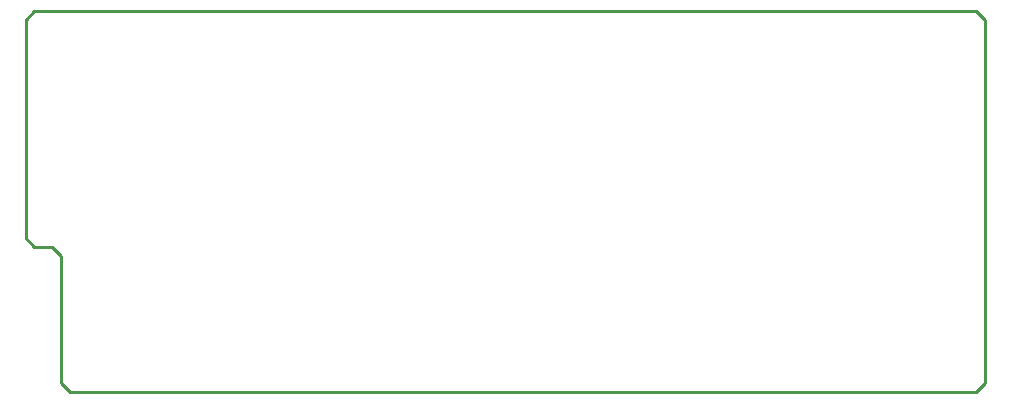
<source format=gbr>
G04 start of page 4 for group 6 idx 6 *
G04 Title: (unknown), outline *
G04 Creator: pcb 20140316 *
G04 CreationDate: ven. 06 févr. 2015 16:23:15 GMT UTC *
G04 For: clement *
G04 Format: Gerber/RS-274X *
G04 PCB-Dimensions (mil): 3287.40 1358.27 *
G04 PCB-Coordinate-Origin: lower left *
%MOIN*%
%FSLAX25Y25*%
%LNOUTLINE*%
%ADD72C,0.0100*%
G54D72*X322047Y6890D02*X319094Y3937D01*
X16929D01*
X13976Y6890D01*
Y49213D01*
X5118Y52165D02*X2165Y55118D01*
X11024Y52165D02*X5118D01*
X13976Y49213D02*X11024Y52165D01*
X322047Y127953D02*Y6890D01*
X319094Y130906D02*X322047Y127953D01*
X5118Y130906D02*X319094D01*
X2165Y127953D02*X5118Y130906D01*
X2165Y55118D02*Y127953D01*
M02*

</source>
